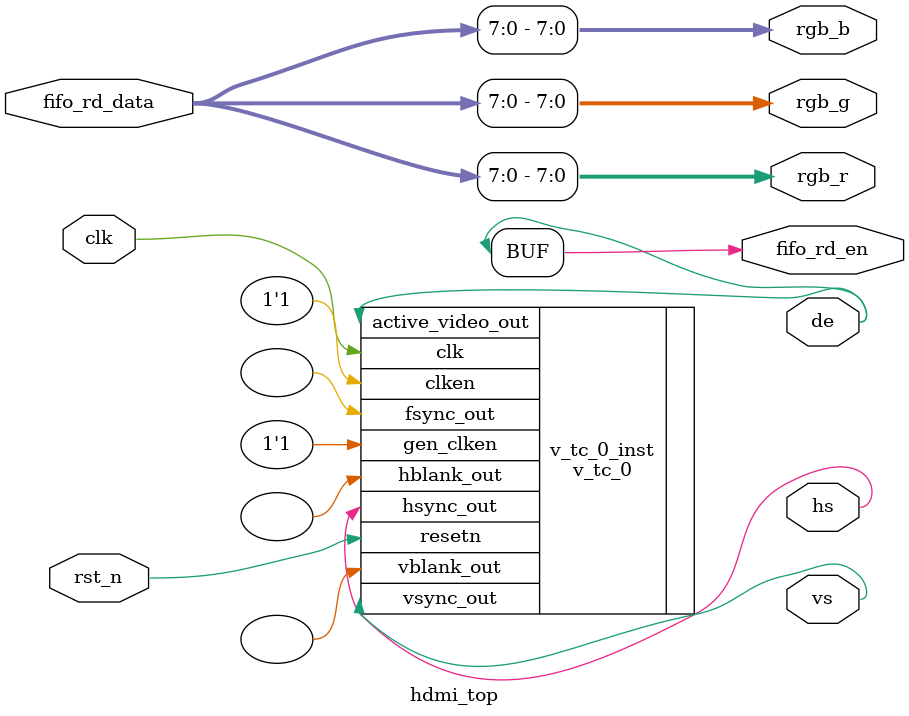
<source format=v>
module  hdmi_top(
        // system signals
          
        input                   clk                 ,       
        input                   rst_n                 ,       
        // FIFO
        output  wire            fifo_rd_en              ,       
        input           [15:0]  fifo_rd_data            ,       
        // HDMI
        output hs,            //行同步、高有效
		output vs,            //场同步、高有效
		output de,            //数据有效
		output[7:0] rgb_r,    //像素数据、红色分量
		output[7:0] rgb_g,    //像素数据、绿色分量
		output[7:0] rgb_b     //像素数据、蓝色分量             
);

//========================================================================\
// =========== Define Parameter and Internal signals =========== 
//========================================================================/
     

     

//=============================================================================
//**************    Main Code   **************
//=============================================================================

// assign rgb_r            =       {fifo_rd_data[15:11], 3'h0};
// assign rgb_g            =       {fifo_rd_data[10:05], 2'h0};
// assign rgb_b            =       {fifo_rd_data[04:00], 3'h0};

assign rgb_r            =       fifo_rd_data[7:0];
assign rgb_g            =       fifo_rd_data[7:0];
assign rgb_b            =       fifo_rd_data[7:0];

assign fifo_rd_en      =       de;


v_tc_0 v_tc_0_inst (
        .clk                    (clk                ),      // input wire clk
        .clken                  (1'b1                   ),      // input wire clken
        .gen_clken              (1'b1                   ),      // input wire gen_clken
        .hsync_out              (hs              ),      // output wire hsync_out
        .hblank_out             (                       ),      // output wire hblank_out
        .vsync_out              (vs              ),      // output wire vsync_out
        .vblank_out             (                       ),      // output wire vblank_out
        .active_video_out       (de                 ),      // output wire active_video_out
        .resetn                 (rst_n                ),      // input wire resetn
        .fsync_out              (                       )       // output wire [0 : 0] fsync_out
);



endmodule

</source>
